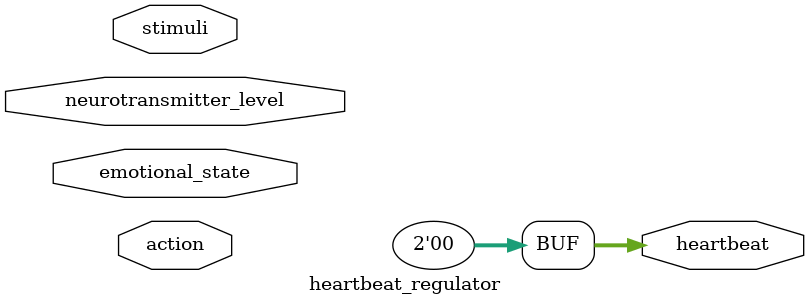
<source format=v>
`ifndef PY_SIM
/* verilator lint_off UNUSEDSIGNAL */
`endif
`default_nettype none

module heartbeat_regulator (
    input wire [7:0] action,
    input wire [9:0] neurotransmitter_level,
    input wire [15:0] stimuli,
    input wire [7:0] emotional_state,
    output wire [1:0] heartbeat
);

assign heartbeat = 0;

endmodule
</source>
